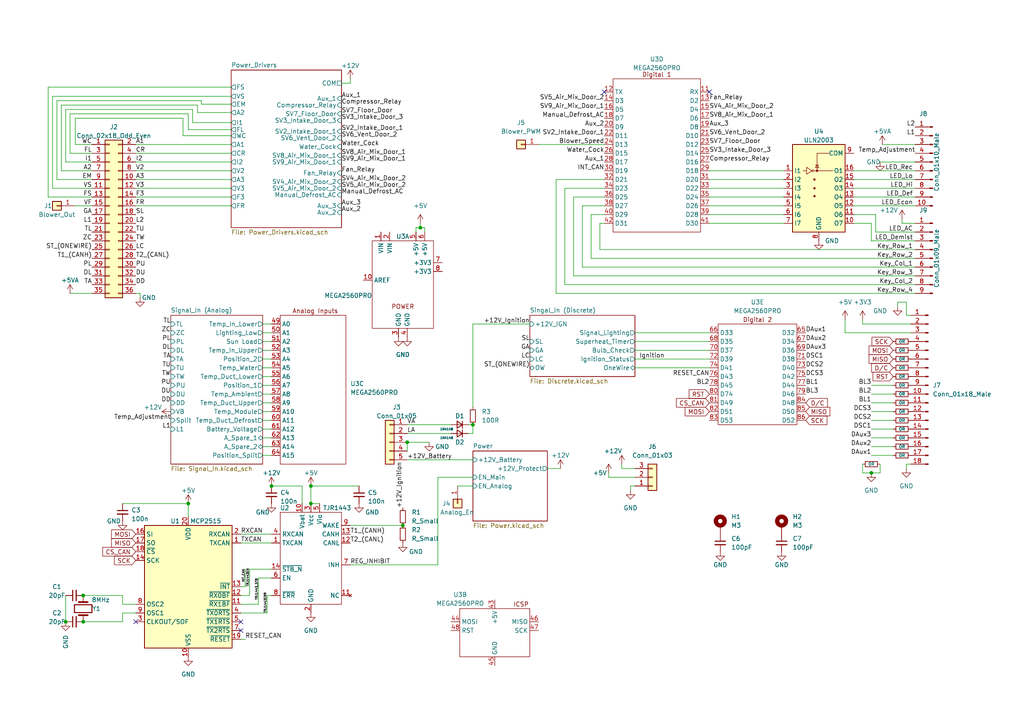
<source format=kicad_sch>
(kicad_sch (version 20211123) (generator eeschema)
  (paper "A4")
  (junction (at 19.05 180.34))
  (junction (at 54.61 146.05))
  (junction (at 90.17 140.97) (diameter 0.9144))
  (junction (at 24.13 172.72))
  (junction (at 121.92 66.04))
  (junction (at 24.13 180.34))
  (junction (at 78.74 140.97))
  (junction (at 116.84 152.4))
  (junction (at 252.73 137.16))
  (junction (at 137.16 123.19))
  (junction (at 90.17 146.05) (diameter 0.9144))
  (junction (at 118.11 128.27) (diameter 0.9144))
  (no_connect (at 69.85 180.34))
  (no_connect (at 69.85 182.88))
  (no_connect (at 39.37 180.34))
  (no_connect (at 205.74 26.67))
  (no_connect (at 175.26 26.67))
  (wire (pts (xy 35.56 177.8) (xy 39.37 177.8)))
  (wire (pts (xy 127 138.43) (xy 137.16 138.43)))
  (wire (pts (xy 77.47 177.8) (xy 77.47 172.72)))
  (wire (pts (xy 39.37 54.61) (xy 67.056 54.61)))
  (wire (pts (xy 74.93 175.26) (xy 74.93 167.64)))
  (wire (pts (xy 69.85 175.26) (xy 74.93 175.26)))
  (wire (pts (xy 127 163.83) (xy 127 138.43)))
  (wire (pts (xy 76.2 99.06) (xy 78.74 99.06)))
  (wire (pts (xy 55.88 31.75) (xy 55.88 35.56)))
  (wire (pts (xy 21.844 34.29) (xy 53.086 34.29)))
  (wire (pts (xy 76.2 93.98) (xy 78.74 93.98)))
  (wire (pts (xy 17.78 49.53) (xy 17.78 30.48)))
  (wire (pts (xy 76.2 111.76) (xy 78.74 111.76)))
  (wire (pts (xy 250.19 92.71) (xy 250.19 93.98)))
  (wire (pts (xy 67.056 35.56) (xy 55.88 35.56)))
  (wire (pts (xy 184.15 101.6) (xy 205.74 101.6)))
  (wire (pts (xy 247.65 59.69) (xy 265.43 59.69)))
  (wire (pts (xy 261.62 63.5) (xy 261.62 64.77)))
  (wire (pts (xy 35.56 172.72) (xy 35.56 175.26)))
  (wire (pts (xy 250.19 93.98) (xy 264.16 93.98)))
  (wire (pts (xy 166.37 80.01) (xy 166.37 57.15)))
  (wire (pts (xy 205.74 57.15) (xy 227.33 57.15)))
  (wire (pts (xy 54.61 37.592) (xy 67.056 37.592)))
  (wire (pts (xy 171.45 74.93) (xy 171.45 62.23)))
  (wire (pts (xy 76.2 101.6) (xy 78.74 101.6)))
  (wire (pts (xy 101.6 24.13) (xy 101.6 22.86)))
  (wire (pts (xy 26.67 52.07) (xy 16.51 52.07)))
  (wire (pts (xy 252.73 121.92) (xy 259.08 121.92)))
  (wire (pts (xy 76.2 127) (xy 78.74 127)))
  (wire (pts (xy 16.51 29.21) (xy 58.42 29.21)))
  (wire (pts (xy 39.37 85.09) (xy 40.64 85.09)))
  (wire (pts (xy 39.37 57.15) (xy 67.056 57.15)))
  (wire (pts (xy 99.06 24.13) (xy 101.6 24.13)))
  (wire (pts (xy 173.99 72.39) (xy 173.99 64.77)))
  (wire (pts (xy 264.16 91.44) (xy 262.89 91.44)))
  (wire (pts (xy 173.99 64.77) (xy 175.26 64.77)))
  (wire (pts (xy 69.85 172.72) (xy 72.39 172.72)))
  (wire (pts (xy 180.34 135.89) (xy 184.15 135.89)))
  (wire (pts (xy 121.92 64.77) (xy 121.92 66.04)))
  (wire (pts (xy 35.56 175.26) (xy 39.37 175.26)))
  (wire (pts (xy 76.2 109.22) (xy 78.74 109.22)))
  (wire (pts (xy 184.15 99.06) (xy 205.74 99.06)))
  (wire (pts (xy 40.64 85.09) (xy 40.64 86.36)))
  (wire (pts (xy 39.37 41.91) (xy 67.056 41.91)))
  (wire (pts (xy 252.73 114.3) (xy 259.08 114.3)))
  (wire (pts (xy 54.61 33.02) (xy 54.61 37.592)))
  (wire (pts (xy 53.086 34.29) (xy 53.086 39.37)))
  (wire (pts (xy 77.47 172.72) (xy 78.74 172.72)))
  (wire (pts (xy 137.16 125.73) (xy 137.16 123.19)))
  (wire (pts (xy 58.42 30.226) (xy 67.056 30.226)))
  (wire (pts (xy 19.05 172.72) (xy 19.05 180.34)))
  (wire (pts (xy 250.19 134.62) (xy 250.19 137.16)))
  (wire (pts (xy 39.37 44.45) (xy 67.056 44.45)))
  (wire (pts (xy 261.62 64.77) (xy 265.43 64.77)))
  (wire (pts (xy 205.74 52.07) (xy 227.33 52.07)))
  (wire (pts (xy 15.24 54.61) (xy 15.24 27.94)))
  (wire (pts (xy 135.89 125.73) (xy 137.16 125.73)))
  (wire (pts (xy 252.73 132.08) (xy 259.08 132.08)))
  (wire (pts (xy 262.89 91.44) (xy 262.89 87.63)))
  (wire (pts (xy 176.53 138.43) (xy 184.15 138.43)))
  (wire (pts (xy 15.24 27.94) (xy 67.056 27.94)))
  (wire (pts (xy 90.17 146.05) (xy 92.71 146.05)))
  (wire (pts (xy 205.74 59.69) (xy 227.33 59.69)))
  (wire (pts (xy 58.42 29.21) (xy 58.42 30.226)))
  (wire (pts (xy 205.74 62.23) (xy 227.33 62.23)))
  (wire (pts (xy 71.12 165.1) (xy 71.12 170.18)))
  (wire (pts (xy 78.74 140.97) (xy 87.63 140.97)))
  (wire (pts (xy 87.63 140.97) (xy 87.63 146.05)))
  (wire (pts (xy 252.73 111.76) (xy 259.08 111.76)))
  (wire (pts (xy 255.27 46.99) (xy 265.43 46.99)))
  (wire (pts (xy 168.91 77.47) (xy 265.43 77.47)))
  (wire (pts (xy 163.83 82.55) (xy 265.43 82.55)))
  (wire (pts (xy 205.74 49.53) (xy 227.33 49.53)))
  (wire (pts (xy 39.37 52.07) (xy 67.056 52.07)))
  (wire (pts (xy 252.73 137.16) (xy 255.27 137.16)))
  (wire (pts (xy 35.56 180.34) (xy 35.56 177.8)))
  (wire (pts (xy 76.2 124.46) (xy 78.74 124.46)))
  (wire (pts (xy 118.11 128.27) (xy 124.46 128.27)))
  (wire (pts (xy 90.17 140.97) (xy 90.17 146.05)))
  (wire (pts (xy 120.65 67.31) (xy 120.65 66.04)))
  (wire (pts (xy 19.05 31.75) (xy 55.88 31.75)))
  (wire (pts (xy 254 62.23) (xy 247.65 62.23)))
  (wire (pts (xy 163.83 54.61) (xy 163.83 82.55)))
  (wire (pts (xy 90.17 140.97) (xy 104.14 140.97)))
  (wire (pts (xy 21.844 41.91) (xy 21.844 34.29)))
  (wire (pts (xy 13.97 25.273) (xy 67.056 25.273)))
  (wire (pts (xy 247.65 52.07) (xy 265.43 52.07)))
  (wire (pts (xy 76.2 129.54) (xy 78.74 129.54)))
  (wire (pts (xy 252.73 124.46) (xy 259.08 124.46)))
  (wire (pts (xy 255.905 41.91) (xy 265.43 41.91)))
  (wire (pts (xy 158.75 135.89) (xy 162.56 135.89)))
  (wire (pts (xy 245.11 92.71) (xy 245.11 96.52)))
  (wire (pts (xy 76.2 106.68) (xy 78.74 106.68)))
  (wire (pts (xy 252.73 119.38) (xy 259.08 119.38)))
  (wire (pts (xy 69.85 185.42) (xy 71.12 185.42)))
  (wire (pts (xy 265.43 80.01) (xy 166.37 80.01)))
  (wire (pts (xy 74.93 167.64) (xy 78.74 167.64)))
  (wire (pts (xy 262.89 134.62) (xy 264.16 134.62)))
  (wire (pts (xy 76.2 104.14) (xy 78.74 104.14)))
  (wire (pts (xy 121.92 66.04) (xy 123.19 66.04)))
  (wire (pts (xy 161.29 85.09) (xy 161.29 52.07)))
  (wire (pts (xy 24.13 172.72) (xy 35.56 172.72)))
  (wire (pts (xy 26.67 41.91) (xy 21.844 41.91)))
  (wire (pts (xy 26.67 49.53) (xy 17.78 49.53)))
  (wire (pts (xy 26.67 57.15) (xy 13.97 57.15)))
  (wire (pts (xy 26.67 54.61) (xy 15.24 54.61)))
  (wire (pts (xy 137.16 123.19) (xy 135.89 123.19)))
  (wire (pts (xy 247.65 49.53) (xy 265.43 49.53)))
  (wire (pts (xy 76.2 96.52) (xy 78.74 96.52)))
  (wire (pts (xy 252.73 116.84) (xy 259.08 116.84)))
  (wire (pts (xy 26.67 44.45) (xy 20.32 44.45)))
  (wire (pts (xy 76.2 121.92) (xy 78.74 121.92)))
  (wire (pts (xy 101.6 152.4) (xy 116.84 152.4)))
  (wire (pts (xy 24.13 180.34) (xy 35.56 180.34)))
  (wire (pts (xy 250.19 137.16) (xy 252.73 137.16)))
  (wire (pts (xy 57.277 32.639) (xy 67.056 32.639)))
  (wire (pts (xy 72.39 172.72) (xy 72.39 165.1)))
  (wire (pts (xy 245.11 96.52) (xy 264.16 96.52)))
  (wire (pts (xy 168.91 59.69) (xy 168.91 77.47)))
  (wire (pts (xy 166.37 57.15) (xy 175.26 57.15)))
  (wire (pts (xy 247.65 54.61) (xy 265.43 54.61)))
  (wire (pts (xy 101.6 163.83) (xy 127 163.83)))
  (wire (pts (xy 57.277 30.48) (xy 57.277 32.639)))
  (wire (pts (xy 176.53 137.16) (xy 176.53 138.43)))
  (wire (pts (xy 255.27 137.16) (xy 255.27 134.62)))
  (wire (pts (xy 252.73 64.77) (xy 247.65 64.77)))
  (wire (pts (xy 254 67.31) (xy 265.43 67.31)))
  (wire (pts (xy 118.11 133.35) (xy 137.16 133.35)))
  (wire (pts (xy 173.99 72.39) (xy 265.43 72.39)))
  (wire (pts (xy 132.715 140.97) (xy 137.16 140.97)))
  (wire (pts (xy 118.11 128.27) (xy 118.11 130.81)))
  (wire (pts (xy 252.73 127) (xy 259.08 127)))
  (wire (pts (xy 20.32 85.09) (xy 26.67 85.09)))
  (wire (pts (xy 262.89 87.63) (xy 260.35 87.63)))
  (wire (pts (xy 39.37 49.53) (xy 67.056 49.53)))
  (wire (pts (xy 137.16 93.98) (xy 137.16 118.11)))
  (wire (pts (xy 262.89 135.89) (xy 262.89 134.62)))
  (wire (pts (xy 184.15 106.68) (xy 205.74 106.68)))
  (wire (pts (xy 156.21 41.91) (xy 175.26 41.91)))
  (wire (pts (xy 20.32 33.02) (xy 54.61 33.02)))
  (wire (pts (xy 118.11 125.73) (xy 130.81 125.73)))
  (wire (pts (xy 205.74 64.77) (xy 227.33 64.77)))
  (wire (pts (xy 69.85 177.8) (xy 77.47 177.8)))
  (wire (pts (xy 175.26 59.69) (xy 168.91 59.69)))
  (wire (pts (xy 72.39 165.1) (xy 78.74 165.1)))
  (wire (pts (xy 39.37 46.99) (xy 67.056 46.99)))
  (wire (pts (xy 76.2 119.38) (xy 78.74 119.38)))
  (wire (pts (xy 252.73 64.77) (xy 252.73 69.85)))
  (wire (pts (xy 19.05 46.99) (xy 19.05 31.75)))
  (wire (pts (xy 76.2 116.84) (xy 78.74 116.84)))
  (wire (pts (xy 182.88 140.97) (xy 184.15 140.97)))
  (wire (pts (xy 171.45 62.23) (xy 175.26 62.23)))
  (wire (pts (xy 69.85 154.94) (xy 78.74 154.94)))
  (wire (pts (xy 118.11 123.19) (xy 130.81 123.19)))
  (wire (pts (xy 180.34 134.62) (xy 180.34 135.89)))
  (wire (pts (xy 39.37 59.69) (xy 67.056 59.69)))
  (wire (pts (xy 260.35 87.63) (xy 260.35 88.9)))
  (wire (pts (xy 137.16 93.98) (xy 153.67 93.98)))
  (wire (pts (xy 182.88 142.24) (xy 182.88 140.97)))
  (wire (pts (xy 247.65 57.15) (xy 265.43 57.15)))
  (wire (pts (xy 254 62.23) (xy 254 67.31)))
  (wire (pts (xy 26.67 46.99) (xy 19.05 46.99)))
  (wire (pts (xy 252.73 129.54) (xy 259.08 129.54)))
  (wire (pts (xy 17.78 30.48) (xy 57.277 30.48)))
  (wire (pts (xy 123.19 66.04) (xy 123.19 67.31)))
  (wire (pts (xy 265.43 85.09) (xy 161.29 85.09)))
  (wire (pts (xy 69.85 157.48) (xy 78.74 157.48)))
  (wire (pts (xy 120.65 66.04) (xy 121.92 66.04)))
  (wire (pts (xy 76.2 132.08) (xy 78.74 132.08)))
  (wire (pts (xy 21.59 59.69) (xy 26.67 59.69)))
  (wire (pts (xy 161.29 52.07) (xy 175.26 52.07)))
  (wire (pts (xy 184.15 96.52) (xy 205.74 96.52)))
  (wire (pts (xy 184.15 104.14) (xy 205.74 104.14)))
  (wire (pts (xy 252.73 69.85) (xy 265.43 69.85)))
  (wire (pts (xy 265.43 74.93) (xy 171.45 74.93)))
  (wire (pts (xy 205.74 54.61) (xy 227.33 54.61)))
  (wire (pts (xy 53.086 39.37) (xy 67.056 39.37)))
  (wire (pts (xy 76.2 114.3) (xy 78.74 114.3)))
  (wire (pts (xy 35.56 146.05) (xy 54.61 146.05)))
  (wire (pts (xy 54.61 146.05) (xy 54.61 149.86)))
  (wire (pts (xy 20.32 44.45) (xy 20.32 33.02)))
  (wire (pts (xy 16.51 52.07) (xy 16.51 29.21)))
  (wire (pts (xy 13.97 57.15) (xy 13.97 25.273)))
  (wire (pts (xy 69.85 170.18) (xy 71.12 170.18)))
  (wire (pts (xy 175.26 54.61) (xy 163.83 54.61)))
  (label "DAux3" (at 233.68 101.6 0))
  (label "ZC" (at 49.53 96.52 180))
  (label "L1" (at 26.67 64.77 180))
  (label "TU" (at 39.37 67.31 0))
  (label "L2" (at 39.37 64.77 0))
  (label "Aux_2" (at 99.06 61.595 0))
  (label "TRJ1443ERR" (at 77.47 177.8 90) (effects (font (size 0.635 0.635))))
  (label "RXCAN" (at 69.85 154.94 0))
  (label "SV4_Air_Mix_Door_2" (at 205.74 31.75 0))
  (label "ST_(ONEWIRE)" (at 153.67 106.68 180))
  (label "GA" (at 26.67 62.23 180))
  (label "SV8_Air_Mix_Door_1" (at 99.06 45.085 0))
  (label "RESET_CAN" (at 205.74 109.22 180))
  (label "TRJ1443_STB" (at 74.93 167.64 270) (effects (font (size 0.635 0.635))))
  (label "Ignition" (at 185.42 104.14 0))
  (label "DL" (at 49.53 101.6 180))
  (label "DCS3" (at 252.73 119.38 180))
  (label "SV7_Floor_Door" (at 99.06 33.02 0))
  (label "DL" (at 26.67 80.01 180))
  (label "CR" (at 39.37 44.45 0))
  (label "TL" (at 26.67 67.31 180))
  (label "LED_Hi" (at 264.795 54.61 180))
  (label "DCS2" (at 252.73 121.92 180))
  (label "LED_Rec" (at 264.795 49.53 180))
  (label "REG_INHIBIT" (at 101.6 163.83 0))
  (label "SV9_Air_Mix_Door_1" (at 99.06 46.99 0))
  (label "LC" (at 153.67 104.14 180))
  (label "Fan_Relay" (at 99.06 50.165 0))
  (label "Key_Row_2" (at 264.795 74.93 180))
  (label "VS" (at 26.67 54.61 180))
  (label "DSC1" (at 252.73 124.46 180))
  (label "SV4_Air_Mix_Door_2" (at 99.06 52.705 0))
  (label "SV6_Vent_Door_2" (at 205.74 39.37 0))
  (label "DAux2" (at 233.68 99.06 0))
  (label "Key_Col_1" (at 264.795 77.47 180))
  (label "PL" (at 26.67 77.47 180))
  (label "L2" (at 265.43 36.83 180))
  (label "ZC" (at 26.67 69.85 180))
  (label "PU" (at 39.37 77.47 0))
  (label "BL3" (at 233.68 114.3 0))
  (label "+12V_Ignition" (at 116.84 147.32 90))
  (label "DCS3" (at 233.68 109.22 0))
  (label "DAux1" (at 233.68 96.52 0))
  (label "DAux1" (at 252.73 132.08 180))
  (label "DAux3" (at 252.73 127 180))
  (label "V2" (at 39.37 49.53 0))
  (label "SV6_Vent_Door_2" (at 99.06 40.005 0))
  (label "VA" (at 118.11 123.19 0))
  (label "Water_Cock" (at 175.26 44.45 180))
  (label "Key_Row_4" (at 264.795 85.09 180))
  (label "SV2_Intake_Door_1" (at 99.06 38.1 0))
  (label "LED_Econ" (at 264.795 59.69 180))
  (label "PU" (at 49.53 111.76 180))
  (label "LED_Def" (at 264.795 57.15 180))
  (label "Manual_Defrost_AC" (at 175.26 34.29 180))
  (label "Aux_3" (at 99.06 59.69 0))
  (label "SV3_Intake_Door_3" (at 99.06 34.925 0))
  (label "I2" (at 39.37 46.99 0))
  (label "TU" (at 49.53 106.68 180))
  (label "BL3" (at 252.73 111.76 180))
  (label "Key_Row_3" (at 264.795 80.01 180))
  (label "SV9_Air_Mix_Door_1" (at 175.26 31.75 180))
  (label "SV5_Air_Mix_Door_2" (at 175.26 29.21 180))
  (label "BL1" (at 233.68 111.76 0))
  (label "TW" (at 49.53 109.22 180))
  (label "T1_(CANH)" (at 101.6 154.94 0))
  (label "T2_(CANL)" (at 39.37 74.93 0))
  (label "TW" (at 39.37 69.85 0))
  (label "V3" (at 39.37 54.61 0))
  (label "SL" (at 39.37 62.23 0))
  (label "LED_AC" (at 264.795 67.31 180))
  (label "Water_Cock" (at 99.06 42.545 0))
  (label "Key_Row_1" (at 264.795 72.39 180))
  (label "INT_CAN" (at 71.12 168.91 90) (effects (font (size 0.635 0.635))))
  (label "LA" (at 118.11 125.73 0))
  (label "SV5_Air_Mix_Door_2" (at 99.06 54.61 0))
  (label "Fan_Relay" (at 205.74 29.21 0))
  (label "Blower_Speed" (at 175.26 41.91 180))
  (label "F3" (at 39.37 57.15 0))
  (label "SV2_Intake_Door_1" (at 175.26 39.37 180))
  (label "FR" (at 39.37 59.69 0))
  (label "DU" (at 49.53 114.3 180))
  (label "TRJ1443EN" (at 72.39 170.18 90) (effects (font (size 0.635 0.635))))
  (label "EM" (at 26.67 52.07 180))
  (label "WC" (at 26.67 41.91 180))
  (label "LED_Demist" (at 264.795 69.85 180))
  (label "Aux_2" (at 175.26 36.83 180))
  (label "A2" (at 26.67 49.53 180))
  (label "L1" (at 49.53 124.46 180))
  (label "Temp_Adjustment" (at 265.43 44.45 180))
  (label "BL1" (at 252.73 116.84 180))
  (label "LED_Lo" (at 264.795 52.07 180))
  (label "FS" (at 26.67 57.15 180))
  (label "Compressor_Relay" (at 205.74 46.99 0))
  (label "DD" (at 49.53 116.84 180))
  (label "I1" (at 26.67 46.99 180))
  (label "T1_(CANH)" (at 26.67 74.93 180))
  (label "DAux2" (at 252.73 129.54 180))
  (label "Aux_3" (at 205.74 36.83 0))
  (label "DU" (at 39.37 80.01 0))
  (label "Aux_1" (at 99.06 28.575 0))
  (label "LC" (at 39.37 72.39 0))
  (label "Compressor_Relay" (at 99.06 30.48 0))
  (label "TA" (at 49.53 104.14 180))
  (label "SV7_Floor_Door" (at 205.74 41.91 0))
  (label "DSC1" (at 233.68 104.14 0))
  (label "VF" (at 26.67 59.69 180))
  (label "SV8_Air_Mix_Door_1" (at 205.74 34.29 0))
  (label "A1" (at 39.37 41.91 0))
  (label "T2_(CANL)" (at 101.6 157.48 0))
  (label "Manual_Defrost_AC" (at 99.06 56.515 0))
  (label "INT_CAN" (at 175.26 49.53 180))
  (label "DD" (at 39.37 82.55 0))
  (label "TL" (at 49.53 93.98 180))
  (label "Temp_Adjustment" (at 49.53 121.92 180))
  (label "GA" (at 153.67 101.6 180))
  (label "+12V_Battery" (at 118.11 133.35 0))
  (label "DCS2" (at 233.68 106.68 0))
  (label "SV3_Intake_Door_3" (at 205.74 44.45 0))
  (label "L1" (at 265.43 39.37 180))
  (label "BL2" (at 205.74 111.76 180))
  (label "BL2" (at 252.73 114.3 180))
  (label "A3" (at 39.37 52.07 0))
  (label "PL" (at 49.53 99.06 180))
  (label "Aux_1" (at 175.26 46.99 180))
  (label "RESET_CAN" (at 71.12 185.42 0))
  (label "TXCAN" (at 69.85 157.48 0))
  (label "SL" (at 153.67 99.06 180))
  (label "FL" (at 26.67 44.45 180))
  (label "ST_(ONEWIRE)" (at 26.67 72.39 180))
  (label "TA" (at 26.67 82.55 180))
  (label "Key_Col_2" (at 264.795 82.55 180))
  (label "+12V_Ignition" (at 153.67 93.98 180))
  (global_label "RST" (shape input) (at 259.08 109.22 180) (property "Intersheet References" "${INTERSHEET_REFS}" (effects hide)))
  (global_label "D{slash}C" (shape input) (at 233.68 116.84 0) (property "Intersheet References" "${INTERSHEET_REFS}" (effects hide)))
  (global_label "MISO" (shape input) (at 233.68 119.38 0) (property "Intersheet References" "${INTERSHEET_REFS}" (effects hide)))
  (global_label "CS_CAN" (shape input) (at 205.74 116.84 180) (property "Intersheet References" "${INTERSHEET_REFS}" (effects hide)))
  (global_label "MISO" (shape input) (at 259.08 104.14 180) (property "Intersheet References" "${INTERSHEET_REFS}" (effects hide)))
  (global_label "CS_CAN" (shape input) (at 39.37 160.02 180) (property "Intersheet References" "${INTERSHEET_REFS}" (effects hide)))
  (global_label "SCK" (shape input) (at 233.68 121.92 0) (property "Intersheet References" "${INTERSHEET_REFS}" (effects hide)))
  (global_label "SCK" (shape input) (at 259.08 99.06 180) (property "Intersheet References" "${INTERSHEET_REFS}" (effects hide)))
  (global_label "MISO" (shape input) (at 39.37 157.48 180) (property "Intersheet References" "${INTERSHEET_REFS}" (effects hide)))
  (global_label "MOSI" (shape input) (at 259.08 101.6 180) (property "Intersheet References" "${INTERSHEET_REFS}" (effects hide)))
  (global_label "RST" (shape input) (at 205.74 114.3 180) (property "Intersheet References" "${INTERSHEET_REFS}" (effects hide)))
  (global_label "MOSI" (shape input) (at 39.37 154.94 180) (property "Intersheet References" "${INTERSHEET_REFS}" (effects hide)))
  (global_label "D{slash}C" (shape input) (at 259.08 106.68 180) (property "Intersheet References" "${INTERSHEET_REFS}" (effects hide)))
  (global_label "SCK" (shape input) (at 39.37 162.56 180) (property "Intersheet References" "${INTERSHEET_REFS}" (effects hide)))
  (global_label "MOSI" (shape input) (at 205.74 119.38 180) (property "Intersheet References" "${INTERSHEET_REFS}" (effects hide)))
  (symbol (lib_id "Device:R_Small") (at 261.62 116.84 90) (unit 1)
    (property "Reference" "R12" (effects hide))
    (property "Value" "0R" (at 261.62 116.84 90) (effects (font (size 0.889 0.889))))
    (property "Footprint" "Resistor_THT:R_Axial_DIN0204_L3.6mm_D1.6mm_P2.54mm_Vertical" (effects hide))
  )
  (symbol (lib_id "Interface_CAN_LIN:MCP2515-xST") (at 54.61 170.18 0) (unit 1)
    (property "Reference" "U1" (at 50.8 151.13 0))
    (property "Value" "MCP2515" (at 59.69 151.13 0))
    (property "Footprint" "Package_SO:TSSOP-20_4.4x6.5mm_P0.65mm" (effects hide))
    (property "Datasheet" "http://ww1.microchip.com/downloads/en/DeviceDoc/21801e.pdf" (effects hide))
  )
  (symbol (lib_id "Personal:TJR1443") (at 90.17 151.13 0) (unit 1)
    (property "Reference" "U2" (at 82.55 147.32 0))
    (property "Value" "TJR1443" (at 97.79 147.32 0))
    (property "Footprint" "Package_SO:SO-14_3.9x8.65mm_P1.27mm" (effects hide))
  )
  (symbol (lib_id "power:+5V") (at 54.61 146.05 0) (unit 1)
    (property "Reference" "#PWR06" (effects hide))
    (property "Value" "+5V" (at 54.61 142.24 0))
  )
  (symbol (lib_id "power:+5V") (at 245.11 92.71 0) (unit 1)
    (property "Reference" "#PWR026" (effects hide))
    (property "Value" "+5V" (at 245.11 87.63 0))
  )
  (symbol (lib_id "power:GND") (at 255.27 46.99 0) (unit 1)
    (property "Reference" "#PWR029" (effects hide))
    (property "Value" "GND" (at 253.365 46.99 0))
  )
  (symbol (lib_id "Device:R_Small") (at 261.62 99.06 90) (unit 1)
    (property "Reference" "R5" (effects hide))
    (property "Value" "0R" (at 261.62 99.06 90) (effects (font (size 0.889 0.889))))
    (property "Footprint" "Resistor_THT:R_Axial_DIN0204_L3.6mm_D1.6mm_P2.54mm_Vertical" (effects hide))
  )
  (symbol (lib_id "power:+12V") (at 162.56 135.89 0) (unit 1)
    (property "Reference" "#PWR019" (effects hide))
    (property "Value" "+12V" (at 162.56 132.08 0))
  )
  (symbol (lib_id "power:GND") (at 208.915 160.02 0) (unit 1)
    (property "Reference" "#PWR023" (effects hide))
    (property "Value" "GND" (at 208.915 163.83 0))
  )
  (symbol (lib_id "Device:R_Small") (at 116.84 154.94 0) (unit 1)
    (property "Reference" "R2" (at 119.38 153.6699 0) (effects (justify left)))
    (property "Value" "R_Small" (at 119.38 156.2099 0) (effects (justify left)))
    (property "Footprint" "Resistor_SMD:R_0805_2012Metric_Pad1.20x1.40mm_HandSolder" (effects hide))
  )
  (symbol (lib_id "power:GND") (at 54.61 190.5 0) (unit 1)
    (property "Reference" "#PWR07" (effects hide))
    (property "Value" "GND" (at 54.61 195.58 0))
  )
  (symbol (lib_name "Personal:MEGA2560PRO_3") (lib_id "Personal:MEGA2560PRO") (at 91.44 113.03 0) (unit 3)
    (property "Reference" "U3" (at 101.6 111.2869 0) (effects (justify left)))
    (property "Value" "MEGA2560PRO" (at 101.6 113.8269 0) (effects (justify left)))
    (property "Footprint" "Personal:MEGA2560PRO" (effects hide))
  )
  (symbol (lib_id "Connector_Generic:Conn_01x01") (at 132.715 146.05 270) (unit 1)
    (property "Reference" "J4" (at 128.27 146.05 90) (effects (justify left)))
    (property "Value" "Analog_En" (at 127.635 148.59 90) (effects (justify left)))
    (property "Footprint" "Connector_PinHeader_2.54mm:PinHeader_1x01_P2.54mm_Vertical" (effects hide))
  )
  (symbol (lib_id "Device:R_Small") (at 261.62 132.08 90) (unit 1)
    (property "Reference" "R18" (effects hide))
    (property "Value" "0R" (at 261.62 132.08 90) (effects (font (size 0.889 0.889))))
    (property "Footprint" "Resistor_THT:R_Axial_DIN0204_L3.6mm_D1.6mm_P2.54mm_Vertical" (effects hide))
  )
  (symbol (lib_id "Connector_Generic:Conn_01x03") (at 189.23 138.43 0) (mirror x) (unit 1)
    (property "Reference" "J6" (at 189.23 129.54 0))
    (property "Value" "Conn_01x03" (at 189.23 132.08 0))
    (property "Footprint" "Personal:Proto-Area" (effects hide))
  )
  (symbol (lib_id "Device:R_Small") (at 252.73 134.62 270) (unit 1)
    (property "Reference" "R4" (effects hide))
    (property "Value" "0R" (at 252.73 134.62 90) (effects (font (size 0.889 0.889))))
    (property "Footprint" "Resistor_THT:R_Axial_DIN0204_L3.6mm_D1.6mm_P2.54mm_Vertical" (effects hide))
  )
  (symbol (lib_id "Device:R_Small") (at 261.62 104.14 90) (unit 1)
    (property "Reference" "R7" (effects hide))
    (property "Value" "0R" (at 261.62 104.14 90) (effects (font (size 0.889 0.889))))
    (property "Footprint" "Resistor_THT:R_Axial_DIN0204_L3.6mm_D1.6mm_P2.54mm_Vertical" (effects hide))
  )
  (symbol (lib_id "power:+5V") (at 121.92 64.77 0) (unit 1)
    (property "Reference" "#PWR017" (effects hide))
    (property "Value" "+5V" (at 121.92 59.69 0))
  )
  (symbol (lib_id "Connector_Generic:Conn_01x05") (at 113.03 128.27 0) (mirror y) (unit 1)
    (property "Reference" "J3" (at 115.062 118.11 0))
    (property "Value" "Conn_01x05" (at 115.062 120.65 0))
    (property "Footprint" "Personal:Z31_HVAC_Connector_1" (effects hide))
  )
  (symbol (lib_id "power:GND") (at 118.11 97.79 0) (unit 1)
    (property "Reference" "#PWR016" (effects hide))
    (property "Value" "GND" (at 116.84 102.87 0))
  )
  (symbol (lib_id "power:GND") (at 116.84 157.48 0) (unit 1)
    (property "Reference" "#PWR015" (effects hide))
    (property "Value" "GND" (at 120.65 160.02 0))
  )
  (symbol (lib_id "Device:R_Small") (at 137.16 120.65 0) (unit 1)
    (property "Reference" "R3" (at 139.7 119.3799 0) (effects (justify left)))
    (property "Value" "100R" (at 139.7 121.9199 0) (effects (justify left)))
    (property "Footprint" "Resistor_THT:R_Axial_DIN0207_L6.3mm_D2.5mm_P7.62mm_Horizontal" (effects hide))
  )
  (symbol (lib_id "power:GND") (at 35.56 151.13 0) (unit 1)
    (property "Reference" "#PWR03" (effects hide))
    (property "Value" "GND" (at 33.02 151.13 0))
  )
  (symbol (lib_id "Device:R_Small") (at 261.62 101.6 90) (unit 1)
    (property "Reference" "R6" (effects hide))
    (property "Value" "0R" (at 261.62 101.6 90) (effects (font (size 0.889 0.889))))
    (property "Footprint" "Resistor_THT:R_Axial_DIN0204_L3.6mm_D1.6mm_P2.54mm_Vertical" (effects hide))
  )
  (symbol (lib_id "Device:C_Small") (at 35.56 148.59 0) (unit 1)
    (property "Reference" "C3" (at 38.1 147.9549 0) (effects (justify left)))
    (property "Value" "100n" (at 38.1 150.4949 0) (effects (justify left)))
    (property "Footprint" "Capacitor_SMD:C_0805_2012Metric_Pad1.18x1.45mm_HandSolder" (effects hide))
  )
  (symbol (lib_id "Device:C_Small") (at 78.74 143.51 0) (unit 1)
    (property "Reference" "C4" (at 81.28 142.8749 0) (effects (justify left)))
    (property "Value" "100n" (at 81.28 145.4149 0) (effects (justify left)))
    (property "Footprint" "Capacitor_SMD:C_0805_2012Metric_Pad1.18x1.45mm_HandSolder" (effects hide))
  )
  (symbol (lib_id "Mechanical:MountingHole_Pad") (at 226.695 152.4 0) (unit 1)
    (property "Reference" "H2" (at 229.87 149.8599 0) (effects (justify left)))
    (property "Value" "M3" (at 229.87 152.3999 0) (effects (justify left)))
    (property "Footprint" "MountingHole:MountingHole_3.5mm_Pad" (effects hide))
  )
  (symbol (lib_id "power:GND") (at 19.05 180.34 0) (unit 1)
    (property "Reference" "#PWR01" (effects hide))
    (property "Value" "GND" (at 19.0501 184.15 90) (effects (justify right)))
  )
  (symbol (lib_id "power:+3V3") (at 250.19 92.71 0) (unit 1)
    (property "Reference" "#PWR027" (effects hide))
    (property "Value" "+3V3" (at 250.19 87.63 0))
  )
  (symbol (lib_id "Device:Crystal") (at 24.13 176.53 270) (unit 1)
    (property "Reference" "Y1" (at 27.94 176.53 90))
    (property "Value" "8MHz" (at 29.21 173.99 90))
    (property "Footprint" "Crystal:Crystal_SMD_HC49-SD" (effects hide))
  )
  (symbol (lib_id "Connector_Generic:Conn_02x18_Odd_Even") (at 31.75 62.23 0) (unit 1)
    (property "Reference" "J2" (at 33.02 36.83 0))
    (property "Value" "Conn_02x18_Odd_Even" (at 33.02 39.37 0))
    (property "Footprint" "Personal:TE-172023" (effects hide))
  )
  (symbol (lib_id "power:GND") (at 115.57 97.79 0) (unit 1)
    (property "Reference" "#PWR014" (effects hide))
    (property "Value" "GND" (at 116.84 102.87 0))
  )
  (symbol (lib_id "Device:C_Small") (at 104.14 143.51 0) (unit 1)
    (property "Reference" "C5" (at 106.68 142.8749 0) (effects (justify left)))
    (property "Value" "100n" (at 106.68 145.4149 0) (effects (justify left)))
    (property "Footprint" "Capacitor_SMD:C_0805_2012Metric_Pad1.18x1.45mm_HandSolder" (effects hide))
  )
  (symbol (lib_name "Personal:MEGA2560PRO_1") (lib_id "Personal:MEGA2560PRO") (at 190.5 44.45 0) (unit 4)
    (property "Reference" "U3" (at 190.5 17.145 0))
    (property "Value" "MEGA2560PRO" (at 190.5 19.685 0))
    (property "Footprint" "Personal:MEGA2560PRO" (effects hide))
  )
  (symbol (lib_id "power:+5V") (at 90.17 140.97 0) (unit 1)
    (property "Reference" "#PWR010" (effects hide))
    (property "Value" "+5V" (at 90.17 137.16 0))
  )
  (symbol (lib_id "power:GND") (at 182.88 142.24 0) (unit 1)
    (property "Reference" "#PWR022" (effects hide))
    (property "Value" "GND" (at 182.88 147.32 0))
  )
  (symbol (lib_id "power:+12V") (at 101.6 22.86 0) (unit 1)
    (property "Reference" "#PWR012" (effects hide))
    (property "Value" "+12V" (at 101.6 19.05 0))
  )
  (symbol (lib_id "power:GND") (at 104.14 146.05 0) (unit 1)
    (property "Reference" "#PWR013" (effects hide))
    (property "Value" "GND" (at 107.95 148.59 0))
  )
  (symbol (lib_id "power:+12V") (at 49.53 119.38 90) (unit 1)
    (property "Reference" "#PWR05" (effects hide))
    (property "Value" "+12V" (at 46.99 118.11 90) (effects (justify left)))
  )
  (symbol (lib_id "power:+5VA") (at 255.905 41.91 0) (unit 1)
    (property "Reference" "#PWR030" (effects hide))
    (property "Value" "+5VA" (at 255.905 38.1 0))
  )
  (symbol (lib_id "Device:R_Small") (at 261.62 111.76 90) (unit 1)
    (property "Reference" "R10" (effects hide))
    (property "Value" "0R" (at 261.62 111.76 90) (effects (font (size 0.889 0.889))))
    (property "Footprint" "Resistor_THT:R_Axial_DIN0204_L3.6mm_D1.6mm_P2.54mm_Vertical" (effects hide))
  )
  (symbol (lib_id "Device:R_Small") (at 261.62 129.54 90) (unit 1)
    (property "Reference" "R17" (effects hide))
    (property "Value" "0R" (at 261.62 129.54 90) (effects (font (size 0.889 0.889))))
    (property "Footprint" "Resistor_THT:R_Axial_DIN0204_L3.6mm_D1.6mm_P2.54mm_Vertical" (effects hide))
  )
  (symbol (lib_id "Device:C_Small") (at 208.915 157.48 0) (unit 1)
    (property "Reference" "C6" (at 212.09 156.2162 0) (effects (justify left)))
    (property "Value" "100pF" (at 212.09 158.7562 0) (effects (justify left)))
    (property "Footprint" "Capacitor_SMD:C_0805_2012Metric_Pad1.18x1.45mm_HandSolder" (effects hide))
  )
  (symbol (lib_id "power:GND") (at 78.74 146.05 0) (unit 1)
    (property "Reference" "#PWR09" (effects hide))
    (property "Value" "GND" (at 76.2 148.59 0))
  )
  (symbol (lib_id "power:GND") (at 260.35 88.9 0) (unit 1)
    (property "Reference" "#PWR031" (effects hide))
    (property "Value" "GND" (at 255.27 90.17 0))
  )
  (symbol (lib_id "Transistor_Array:ULN2003") (at 237.49 54.61 0) (unit 1)
    (property "Reference" "U4" (at 237.49 38.1 0))
    (property "Value" "ULN2003" (at 237.49 40.64 0))
    (property "Footprint" "Package_SO:SO-16_3.9x9.9mm_P1.27mm" (effects hide))
    (property "Datasheet" "http://www.ti.com/lit/ds/symlink/uln2003a.pdf" (effects hide))
  )
  (symbol (lib_id "Connector_Generic:Conn_01x01") (at 151.13 41.91 180) (unit 1)
    (property "Reference" "J5" (at 151.13 35.56 0))
    (property "Value" "Blower_PWM" (at 151.13 38.1 0))
    (property "Footprint" "Connector_PinHeader_2.54mm:PinHeader_1x01_P2.54mm_Vertical" (effects hide))
  )
  (symbol (lib_id "Connector:Conn_01x18_Male") (at 269.24 111.76 0) (mirror y) (unit 1)
    (property "Reference" "J7" (at 270.51 111.7599 0) (effects (justify right)))
    (property "Value" "Conn_01x18_Male" (at 270.51 114.2999 0) (effects (justify right)))
    (property "Footprint" "Connector_PinHeader_2.54mm:PinHeader_1x18_P2.54mm_Vertical" (effects hide))
  )
  (symbol (lib_id "Device:R_Small") (at 116.84 149.86 0) (unit 1)
    (property "Reference" "R1" (at 119.38 148.5899 0) (effects (justify left)))
    (property "Value" "R_Small" (at 119.38 151.1299 0) (effects (justify left)))
    (property "Footprint" "Resistor_SMD:R_0805_2012Metric_Pad1.20x1.40mm_HandSolder" (effects hide))
  )
  (symbol (lib_id "Device:R_Small") (at 261.62 114.3 90) (unit 1)
    (property "Reference" "R11" (effects hide))
    (property "Value" "0R" (at 261.62 114.3 90) (effects (font (size 0.889 0.889))))
    (property "Footprint" "Resistor_THT:R_Axial_DIN0204_L3.6mm_D1.6mm_P2.54mm_Vertical" (effects hide))
  )
  (symbol (lib_id "Mechanical:MountingHole_Pad") (at 208.915 152.4 0) (unit 1)
    (property "Reference" "H1" (at 212.09 149.8599 0) (effects (justify left)))
    (property "Value" "M3" (at 212.09 152.3999 0) (effects (justify left)))
    (property "Footprint" "MountingHole:MountingHole_3.5mm_Pad" (effects hide))
  )
  (symbol (lib_id "power:+5V") (at 176.53 137.16 0) (unit 1)
    (property "Reference" "#PWR020" (effects hide))
    (property "Value" "+5V" (at 173.99 137.16 0))
  )
  (symbol (lib_id "Device:C_Small") (at 21.59 180.34 90) (unit 1)
    (property "Reference" "C2" (at 16.51 177.8 90))
    (property "Value" "20pF" (at 16.51 180.34 90))
    (property "Footprint" "Capacitor_SMD:C_0805_2012Metric_Pad1.18x1.45mm_HandSolder" (effects hide))
  )
  (symbol (lib_id "Device:R_Small") (at 261.62 119.38 90) (unit 1)
    (property "Reference" "R13" (effects hide))
    (property "Value" "0R" (at 261.62 119.38 90) (effects (font (size 0.889 0.889))))
    (property "Footprint" "Resistor_THT:R_Axial_DIN0204_L3.6mm_D1.6mm_P2.54mm_Vertical" (effects hide))
  )
  (symbol (lib_id "power:GND") (at 226.695 160.02 0) (unit 1)
    (property "Reference" "#PWR024" (effects hide))
    (property "Value" "GND" (at 226.695 163.83 0))
  )
  (symbol (lib_id "Device:R_Small") (at 261.62 109.22 90) (unit 1)
    (property "Reference" "R9" (effects hide))
    (property "Value" "0R" (at 261.62 109.22 90) (effects (font (size 0.889 0.889))))
    (property "Footprint" "Resistor_THT:R_Axial_DIN0204_L3.6mm_D1.6mm_P2.54mm_Vertical" (effects hide))
  )
  (symbol (lib_id "Device:R_Small") (at 261.62 106.68 90) (unit 1)
    (property "Reference" "R8" (effects hide))
    (property "Value" "0R" (at 261.62 106.68 90) (effects (font (size 0.889 0.889))))
    (property "Footprint" "Resistor_THT:R_Axial_DIN0204_L3.6mm_D1.6mm_P2.54mm_Vertical" (effects hide))
  )
  (symbol (lib_id "Device:C_Small") (at 21.59 172.72 90) (unit 1)
    (property "Reference" "C1" (at 16.51 170.18 90))
    (property "Value" "20pF" (at 16.51 172.72 90))
    (property "Footprint" "Capacitor_SMD:C_0805_2012Metric_Pad1.18x1.45mm_HandSolder" (effects hide))
  )
  (symbol (lib_id "power:GND") (at 237.49 69.85 0) (unit 1)
    (property "Reference" "#PWR025" (effects hide))
    (property "Value" "GND" (at 241.3 69.85 0))
  )
  (symbol (lib_id "power:GND") (at 90.17 177.8 0) (unit 1)
    (property "Reference" "#PWR011" (effects hide))
    (property "Value" "GND" (at 90.17 182.88 0))
  )
  (symbol (lib_name "Personal:MEGA2560PRO_4") (lib_id "Personal:MEGA2560PRO") (at 219.71 109.22 0) (unit 5)
    (property "Reference" "U3" (at 219.71 87.63 0))
    (property "Value" "MEGA2560PRO" (at 219.71 90.17 0))
    (property "Footprint" "Personal:MEGA2560PRO" (effects hide))
  )
  (symbol (lib_id "power:GND") (at 40.64 86.36 0) (unit 1)
    (property "Reference" "#PWR04" (effects hide))
    (property "Value" "GND" (at 43.18 86.36 0))
  )
  (symbol (lib_id "Personal:MEGA2560PRO") (at 143.51 186.69 0) (unit 2)
    (property "Reference" "U3" (at 133.477 172.466 0))
    (property "Value" "MEGA2560PRO" (at 133.477 175.006 0))
    (property "Footprint" "Personal:MEGA2560PRO" (effects hide))
  )
  (symbol (lib_id "Device:D_Small") (at 133.35 123.19 180) (unit 1)
    (property "Reference" "D1" (at 133.35 120.65 0))
    (property "Value" "1N4148" (at 129.54 124.46 0) (effects (font (size 0.635 0.635))))
    (property "Footprint" "Diode_SMD:D_SOD-323_HandSoldering" (effects hide))
  )
  (symbol (lib_id "power:+12V") (at 180.34 134.62 0) (unit 1)
    (property "Reference" "#PWR021" (effects hide))
    (property "Value" "+12V" (at 177.8 130.81 0))
  )
  (symbol (lib_id "power:+12V") (at 261.62 63.5 0) (unit 1)
    (property "Reference" "#PWR032" (effects hide))
    (property "Value" "+12V" (at 257.81 60.96 0))
  )
  (symbol (lib_id "power:+12V") (at 78.74 140.97 0) (unit 1)
    (property "Reference" "#PWR08" (effects hide))
    (property "Value" "+12V" (at 78.74 137.16 0))
  )
  (symbol (lib_id "power:GND") (at 262.89 135.89 0) (unit 1)
    (property "Reference" "#PWR033" (effects hide))
    (property "Value" "GND" (at 262.89 140.97 0))
  )
  (symbol (lib_id "power:+5VA") (at 20.32 85.09 0) (unit 1)
    (property "Reference" "#PWR02" (effects hide))
    (property "Value" "+5VA" (at 20.32 81.28 0))
  )
  (symbol (lib_id "power:GND") (at 252.73 137.16 0) (unit 1)
    (property "Reference" "#PWR028" (effects hide))
    (property "Value" "GND" (at 252.73 142.24 0))
  )
  (symbol (lib_id "Device:C_Small") (at 226.695 157.48 0) (unit 1)
    (property "Reference" "C7" (at 229.87 156.2162 0) (effects (justify left)))
    (property "Value" "100pF" (at 229.87 158.7562 0) (effects (justify left)))
    (property "Footprint" "Capacitor_SMD:C_0805_2012Metric_Pad1.18x1.45mm_HandSolder" (effects hide))
  )
  (symbol (lib_id "Device:R_Small") (at 261.62 124.46 90) (unit 1)
    (property "Reference" "R15" (effects hide))
    (property "Value" "0R" (at 261.62 124.46 90) (effects (font (size 0.889 0.889))))
    (property "Footprint" "Resistor_THT:R_Axial_DIN0204_L3.6mm_D1.6mm_P2.54mm_Vertical" (effects hide))
  )
  (symbol (lib_id "Connector:Conn_01x09_Male") (at 270.51 74.93 0) (mirror y) (unit 1)
    (property "Reference" "J9" (at 267.8176 60.96 0))
    (property "Value" "Conn_01x09_Male" (at 271.6276 74.93 90))
    (property "Footprint" "Connector_PinHeader_2.54mm:PinHeader_1x09_P2.54mm_Vertical" (effects hide))
  )
  (symbol (lib_id "Connector_Generic:Conn_01x01") (at 16.51 59.69 180) (unit 1)
    (property "Reference" "J1" (at 13.97 59.69 0))
    (property "Value" "Blower_Out" (at 16.51 62.23 0))
    (property "Footprint" "Connector_PinHeader_2.54mm:PinHeader_1x01_P2.54mm_Vertical" (effects hide))
  )
  (symbol (lib_id "Device:R_Small") (at 261.62 121.92 90) (unit 1)
    (property "Reference" "R14" (effects hide))
    (property "Value" "0R" (at 261.62 121.92 90) (effects (font (size 0.889 0.889))))
    (property "Footprint" "Resistor_THT:R_Axial_DIN0204_L3.6mm_D1.6mm_P2.54mm_Vertical" (effects hide))
  )
  (symbol (lib_id "Device:D_Small") (at 133.35 125.73 180) (unit 1)
    (property "Reference" "D2" (at 133.35 128.27 0))
    (property "Value" "1N4148" (at 129.54 127 0) (effects (font (size 0.635 0.635))))
    (property "Footprint" "Diode_SMD:D_SOD-323_HandSoldering" (effects hide))
  )
  (symbol (lib_name "Personal:MEGA2560PRO_2") (lib_id "Personal:MEGA2560PRO") (at 116.84 87.63 0) (unit 1)
    (property "Reference" "U3" (at 118.745 68.58 0) (effects (justify right)))
    (property "Value" "MEGA2560PRO" (at 107.95 85.7249 0) (effects (justify right)))
    (property "Footprint" "Personal:MEGA2560PRO" (effects hide))
  )
  (symbol (lib_id "Connector:Conn_01x10_Male") (at 270.51 46.99 0) (mirror y) (unit 1)
    (property "Reference" "J8" (at 267.8176 33.02 0))
    (property "Value" "Conn_01x10_Male" (at 271.6276 46.99 90))
    (property "Footprint" "Connector_PinHeader_2.54mm:PinHeader_1x10_P2.54mm_Vertical" (effects hide))
  )
  (symbol (lib_id "Device:R_Small") (at 261.62 127 90) (unit 1)
    (property "Reference" "R16" (effects hide))
    (property "Value" "0R" (at 261.62 127 90) (effects (font (size 0.889 0.889))))
    (property "Footprint" "Resistor_THT:R_Axial_DIN0204_L3.6mm_D1.6mm_P2.54mm_Vertical" (effects hide))
  )
  (symbol (lib_id "power:GND") (at 124.46 128.27 0) (unit 1)
    (property "Reference" "#PWR018" (effects hide))
    (property "Value" "GND" (at 128.27 129.54 0))
  )
  (sheet (at 137.16 130.81) (size 21.59 20.32) (stroke (width 0.1524))
    (property "Sheet name" "Power" (at 137.16 130.0984 0) (effects (justify left bottom)))
    (property "Sheet file" "Power.kicad_sch" (at 137.16 151.7146 0) (effects (justify left top)))
    (pin "EN_Main" input (at 137.16 138.43 180))
    (pin "+12V_Battery" input (at 137.16 133.35 180))
    (pin "EN_Analog" input (at 137.16 140.97 180))
    (pin "+12V_Protect" output (at 158.75 135.89 0))
  )
  (sheet (at 153.67 91.44) (size 30.48 17.78) (stroke (width 0.1524))
    (property "Sheet name" "Singal_In (Discrete)" (at 153.67 90.7284 0) (effects (justify left bottom)))
    (property "Sheet file" "Discrete.kicad_sch" (at 153.67 109.8046 0) (effects (justify left top)))
    (pin "Signal_Lighting" output (at 184.15 96.52 0))
    (pin "Superheat_Timer" output (at 184.15 99.06 0))
    (pin "Bulb_Check" output (at 184.15 101.6 0))
    (pin "SL" input (at 153.67 99.06 180))
    (pin "GA" input (at 153.67 101.6 180))
    (pin "LC" input (at 153.67 104.14 180))
    (pin "+12V_IGN" input (at 153.67 93.98 180))
    (pin "Ignition_Status" output (at 184.15 104.14 0))
    (pin "OW" bidirectional (at 153.67 106.68 180))
    (pin "OneWire" bidirectional (at 184.15 106.68 0))
  )
  (sheet (at 67.056 20.32) (size 32.004 45.72) (stroke (width 0.1524))
    (property "Sheet name" "Power_Drivers" (at 67.056 19.6084 0) (effects (justify left bottom)))
    (property "Sheet file" "Power_Drivers.kicad_sch" (at 67.056 66.6246 0) (effects (justify left top)))
    (pin "A1" output (at 67.056 41.91 180))
    (pin "CR" output (at 67.056 44.45 180))
    (pin "SV7_Floor_Door" input (at 99.06 33.02 0))
    (pin "SV3_Intake_Door_3" input (at 99.06 34.925 0))
    (pin "Aux_1" input (at 99.06 28.575 0))
    (pin "Compressor_Relay" input (at 99.06 30.48 0))
    (pin "FL" output (at 67.056 37.592 180))
    (pin "I2" output (at 67.056 46.99 180))
    (pin "SV2_Intake_Door_1" input (at 99.06 38.1 0))
    (pin "SV6_Vent_Door_2" input (at 99.06 40.005 0))
    (pin "Water_Cock" input (at 99.06 42.545 0))
    (pin "WC" output (at 67.056 39.37 180))
    (pin "V2" output (at 67.056 49.53 180))
    (pin "I1" output (at 67.056 35.56 180))
    (pin "SV8_Air_Mix_Door_1" input (at 99.06 45.085 0))
    (pin "SV9_Air_Mix_Door_1" input (at 99.06 46.99 0))
    (pin "FS" output (at 67.056 25.273 180))
    (pin "FR" output (at 67.056 59.69 180))
    (pin "Fan_Relay" input (at 99.06 50.165 0))
    (pin "SV4_Air_Mix_Door_2" input (at 99.06 52.705 0))
    (pin "SV5_Air_Mix_Door_2" input (at 99.06 54.61 0))
    (pin "Manual_Defrost_AC" input (at 99.06 56.515 0))
    (pin "F3" output (at 67.056 57.15 180))
    (pin "V3" output (at 67.056 54.61 180))
    (pin "EM" output (at 67.056 30.226 180))
    (pin "VS" output (at 67.056 27.94 180))
    (pin "Aux_3" input (at 99.06 59.69 0))
    (pin "Aux_2" input (at 99.06 61.595 0))
    (pin "A2" output (at 67.056 32.639 180))
    (pin "A3" output (at 67.056 52.07 180))
    (pin "COM" passive (at 99.06 24.13 0))
  )
  (sheet (at 49.53 91.44) (size 26.67 43.18) (stroke (width 0.1524))
    (property "Sheet name" "Signal_In (Analog)" (at 49.53 90.7284 0) (effects (justify left bottom)))
    (property "Sheet file" "Signal_In.kicad_sch" (at 49.53 135.2046 0) (effects (justify left top)))
    (pin "TL" input (at 49.53 93.98 180))
    (pin "ZC" input (at 49.53 96.52 180))
    (pin "PL" input (at 49.53 99.06 180))
    (pin "DL" input (at 49.53 101.6 180))
    (pin "TA" input (at 49.53 104.14 180))
    (pin "TU" input (at 49.53 106.68 180))
    (pin "TW" input (at 49.53 109.22 180))
    (pin "PU" input (at 49.53 111.76 180))
    (pin "DU" input (at 49.53 114.3 180))
    (pin "DD" input (at 49.53 116.84 180))
    (pin "VB" input (at 49.53 119.38 180))
    (pin "Split" input (at 49.53 121.92 180))
    (pin "L1" input (at 49.53 124.46 180))
    (pin "Temp_Module" output (at 76.2 119.38 0))
    (pin "Sun Load" output (at 76.2 99.06 0))
    (pin "Temp_In_Lower" output (at 76.2 93.98 0))
    (pin "Position_2" output (at 76.2 104.14 0))
    (pin "Temp_Ambient" output (at 76.2 114.3 0))
    (pin "Temp_Duct_Lower" output (at 76.2 109.22 0))
    (pin "Temp_In_Upper" output (at 76.2 101.6 0))
    (pin "Temp_Water" output (at 76.2 106.68 0))
    (pin "Position_1" output (at 76.2 111.76 0))
    (pin "Temp_Duct_Upper" output (at 76.2 116.84 0))
    (pin "Temp_Duct_Defrost" output (at 76.2 121.92 0))
    (pin "Battery_Voltage" output (at 76.2 124.46 0))
    (pin "Position_Split" output (at 76.2 132.08 0))
    (pin "Lighting_Low" output (at 76.2 96.52 0))
    (pin "A_Spare_2" bidirectional (at 76.2 129.54 0))
    (pin "A_Spare_1" bidirectional (at 76.2 127 0))
  )
)
</source>
